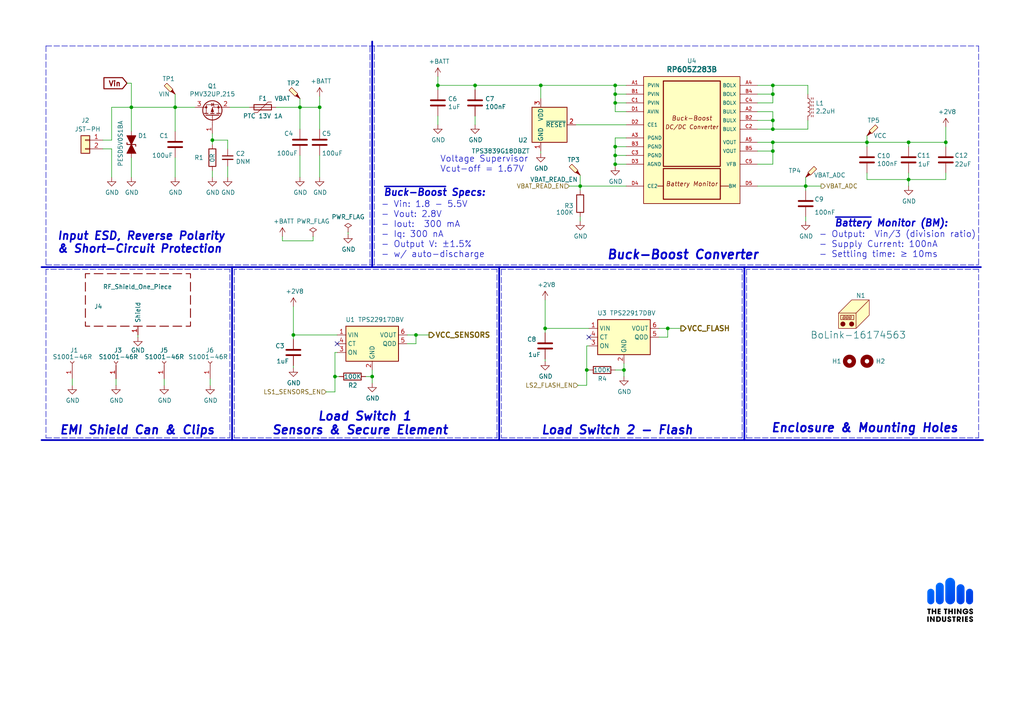
<source format=kicad_sch>
(kicad_sch (version 20211123) (generator eeschema)
  (paper "A4")
  (title_block (title "Power Supply") (date "2021-05-24") (rev "1.1b") (company "The Things Industries") (comment 1 "https://www.thethingsindustries.com/") (comment 2 "Drawn by: Orkhan Amiraslanov (azerimaker)"))
  (lib_symbols
    (symbol "Connector:Conn_01x01_Female" (pin_names (offset 1.016) hide)
      (property "Reference" "J" (at 0 2.54 0))
      (property "Value" "Conn_01x01_Female" (at 0 -2.54 0))
      (symbol "Conn_01x01_Female_1_1"
        (polyline (pts (xy -1.27 0) (xy -0.508 0)) (stroke (width 0.1524)))
        (arc (start 0 0.508) (mid -0.508 0) (end 0 -0.508) (stroke (width 0.1524)))
        (pin passive line (at -5.08 0 0) (length 3.81) (name "Pin_1") (number "1"))
      )
    )
    (symbol "Connector:TestPoint_Probe" (pin_numbers hide) (pin_names (offset 0.762) hide)
      (property "Reference" "TP" (at 1.651 5.842 0))
      (property "Value" "TestPoint_Probe" (at 1.651 4.064 0))
      (symbol "TestPoint_Probe_0_1"
        (polyline (pts (xy 1.27 0.762) (xy 0 0) (xy 0.762 1.27) (xy 1.27 0.762)) (fill (type outline)))
        (polyline (pts (xy 1.397 0.635) (xy 0.635 1.397) (xy 2.413 3.175) (xy 3.175 2.413) (xy 1.397 0.635)) (fill (type background)))
      )
      (symbol "TestPoint_Probe_1_1"
        (pin passive line (at 0 0 90) (length 0) (name "1") (number "1"))
      )
    )
    (symbol "Connector_Generic:Conn_01x02" (pin_names (offset 1.016) hide)
      (property "Reference" "J" (at 0 2.54 0))
      (property "Value" "Conn_01x02" (at 0 -5.08 0))
      (symbol "Conn_01x02_1_1"
        (rectangle (start -1.27 -2.413) (end 0 -2.667) (stroke (width 0.1524)))
        (rectangle (start -1.27 0.127) (end 0 -0.127) (stroke (width 0.1524)))
        (rectangle (start -1.27 1.27) (end 1.27 -3.81) (stroke (width 0.254)) (fill (type background)))
        (pin passive line (at -5.08 0 0) (length 3.81) (name "Pin_1") (number "1"))
        (pin passive line (at -5.08 -2.54 0) (length 3.81) (name "Pin_2") (number "2"))
      )
    )
    (symbol "Device:C" (pin_numbers hide) (pin_names (offset 0.254))
      (property "Reference" "C" (at 0.635 2.54 0))
      (property "Value" "C" (at 0.635 -2.54 0))
      (symbol "C_0_1"
        (polyline (pts (xy -2.032 -0.762) (xy 2.032 -0.762)) (stroke (width 0.508)))
        (polyline (pts (xy -2.032 0.762) (xy 2.032 0.762)) (stroke (width 0.508)))
      )
      (symbol "C_1_1"
        (pin passive line (at 0 3.81 270) (length 2.794) (name "~") (number "1"))
        (pin passive line (at 0 -3.81 90) (length 2.794) (name "~") (number "2"))
      )
    )
    (symbol "Device:C_Small" (pin_numbers hide) (pin_names (offset 0.254) hide)
      (property "Reference" "C" (at 0.254 1.778 0))
      (property "Value" "C_Small" (at 0.254 -2.032 0))
      (symbol "C_Small_0_1"
        (polyline (pts (xy -1.524 -0.508) (xy 1.524 -0.508)) (stroke (width 0.3302)))
        (polyline (pts (xy -1.524 0.508) (xy 1.524 0.508)) (stroke (width 0.3048)))
      )
      (symbol "C_Small_1_1"
        (pin passive line (at 0 2.54 270) (length 2.032) (name "~") (number "1"))
        (pin passive line (at 0 -2.54 90) (length 2.032) (name "~") (number "2"))
      )
    )
    (symbol "Device:D_TVS_ALT" (pin_numbers hide) (pin_names (offset 1.016) hide)
      (property "Reference" "D" (at 0 2.54 0))
      (property "Value" "Device_D_TVS_ALT" (at 0 -2.54 0))
      (symbol "D_TVS_ALT_0_1"
        (polyline (pts (xy 1.27 0) (xy -1.27 0)))
        (polyline (pts (xy -2.54 -1.27) (xy 0 0) (xy -2.54 1.27) (xy -2.54 -1.27)) (stroke (width 0.254)) (fill (type outline)))
        (polyline (pts (xy 0.508 1.27) (xy 0 1.27) (xy 0 -1.27) (xy -0.508 -1.27)) (stroke (width 0.254)))
        (polyline (pts (xy 2.54 1.27) (xy 2.54 -1.27) (xy 0 0) (xy 2.54 1.27)) (stroke (width 0.254)) (fill (type outline)))
      )
      (symbol "D_TVS_ALT_1_1"
        (pin passive line (at -3.81 0 0) (length 2.54) (name "A1") (number "1"))
        (pin passive line (at 3.81 0 180) (length 2.54) (name "A2") (number "2"))
      )
    )
    (symbol "Device:L_Core_Ferrite" (pin_numbers hide) (pin_names (offset 1.016) hide)
      (property "Reference" "L" (at -1.27 0 90))
      (property "Value" "Device_L_Core_Ferrite" (at 2.794 0 90))
      (symbol "L_Core_Ferrite_0_1"
        (arc (start 0 -2.54) (mid 0.635 -1.905) (end 0 -1.27))
        (arc (start 0 -1.27) (mid 0.635 -0.635) (end 0 0))
        (polyline (pts (xy 1.016 -2.794) (xy 1.016 -2.286)))
        (polyline (pts (xy 1.016 -1.778) (xy 1.016 -1.27)))
        (polyline (pts (xy 1.016 -0.762) (xy 1.016 -0.254)))
        (polyline (pts (xy 1.016 0.254) (xy 1.016 0.762)))
        (polyline (pts (xy 1.016 1.27) (xy 1.016 1.778)))
        (polyline (pts (xy 1.016 2.286) (xy 1.016 2.794)))
        (polyline (pts (xy 1.524 -2.286) (xy 1.524 -2.794)))
        (polyline (pts (xy 1.524 -1.27) (xy 1.524 -1.778)))
        (polyline (pts (xy 1.524 -0.254) (xy 1.524 -0.762)))
        (polyline (pts (xy 1.524 0.762) (xy 1.524 0.254)))
        (polyline (pts (xy 1.524 1.778) (xy 1.524 1.27)))
        (polyline (pts (xy 1.524 2.794) (xy 1.524 2.286)))
        (arc (start 0 0) (mid 0.635 0.635) (end 0 1.27))
        (arc (start 0 1.27) (mid 0.635 1.905) (end 0 2.54))
      )
      (symbol "L_Core_Ferrite_1_1"
        (pin passive line (at 0 3.81 270) (length 1.27) (name "1") (number "1"))
        (pin passive line (at 0 -3.81 90) (length 1.27) (name "2") (number "2"))
      )
    )
    (symbol "Device:Polyfuse" (pin_numbers hide) (pin_names (offset 0))
      (property "Reference" "F" (at -2.54 0 90))
      (property "Value" "Polyfuse" (at 2.54 0 90))
      (symbol "Polyfuse_0_1"
        (rectangle (start -0.762 2.54) (end 0.762 -2.54) (stroke (width 0.254)))
        (polyline (pts (xy 0 2.54) (xy 0 -2.54)))
        (polyline (pts (xy -1.524 2.54) (xy -1.524 1.524) (xy 1.524 -1.524) (xy 1.524 -2.54)))
      )
      (symbol "Polyfuse_1_1"
        (pin passive line (at 0 3.81 270) (length 1.27) (name "~") (number "1"))
        (pin passive line (at 0 -3.81 90) (length 1.27) (name "~") (number "2"))
      )
    )
    (symbol "Device:Q_PMOS_GSD" (pin_names (offset 0) hide)
      (property "Reference" "Q" (at 5.08 1.27 0))
      (property "Value" "Q_PMOS_GSD" (at 5.08 -1.27 0))
      (symbol "Q_PMOS_GSD_0_1"
        (polyline (pts (xy 0.254 0) (xy -2.54 0)))
        (polyline (pts (xy 0.254 1.905) (xy 0.254 -1.905)) (stroke (width 0.254)))
        (polyline (pts (xy 0.762 -1.27) (xy 0.762 -2.286)) (stroke (width 0.254)))
        (polyline (pts (xy 0.762 0.508) (xy 0.762 -0.508)) (stroke (width 0.254)))
        (polyline (pts (xy 0.762 2.286) (xy 0.762 1.27)) (stroke (width 0.254)))
        (polyline (pts (xy 2.54 2.54) (xy 2.54 1.778)))
        (polyline (pts (xy 2.54 -2.54) (xy 2.54 0) (xy 0.762 0)))
        (polyline (pts (xy 0.762 1.778) (xy 3.302 1.778) (xy 3.302 -1.778) (xy 0.762 -1.778)))
        (polyline (pts (xy 2.286 0) (xy 1.27 0.381) (xy 1.27 -0.381) (xy 2.286 0)) (fill (type outline)))
        (polyline (pts (xy 2.794 -0.508) (xy 2.921 -0.381) (xy 3.683 -0.381) (xy 3.81 -0.254)))
        (polyline (pts (xy 3.302 -0.381) (xy 2.921 0.254) (xy 3.683 0.254) (xy 3.302 -0.381)))
        (circle (center 1.651 0) (radius 2.794) (stroke (width 0.254)))
        (circle (center 2.54 -1.778) (radius 0.254) (fill (type outline)))
        (circle (center 2.54 1.778) (radius 0.254) (fill (type outline)))
      )
      (symbol "Q_PMOS_GSD_1_1"
        (pin input line (at -5.08 0 0) (length 2.54) (name "G") (number "1"))
        (pin passive line (at 2.54 -5.08 90) (length 2.54) (name "S") (number "2"))
        (pin passive line (at 2.54 5.08 270) (length 2.54) (name "D") (number "3"))
      )
    )
    (symbol "Device:R" (pin_numbers hide) (pin_names (offset 0))
      (property "Reference" "R" (at 2.032 0 90))
      (property "Value" "R" (at 0 0 90))
      (symbol "R_0_1"
        (rectangle (start -1.016 -2.54) (end 1.016 2.54) (stroke (width 0.254)))
      )
      (symbol "R_1_1"
        (pin passive line (at 0 3.81 270) (length 1.27) (name "~") (number "1"))
        (pin passive line (at 0 -3.81 90) (length 1.27) (name "~") (number "2"))
      )
    )
    (symbol "Device:RF_Shield_One_Piece" (pin_names (offset 1.016))
      (property "Reference" "J" (at 0 5.08 0))
      (property "Value" "Device_RF_Shield_One_Piece" (at 0 2.54 0))
      (symbol "RF_Shield_One_Piece_0_1"
        (polyline (pts (xy -15.24 -5.08) (xy -15.24 -2.54)) (stroke (width 0.254)))
        (polyline (pts (xy -15.24 -1.27) (xy -15.24 1.27)) (stroke (width 0.254)))
        (polyline (pts (xy -15.24 2.54) (xy -15.24 5.08)) (stroke (width 0.254)))
        (polyline (pts (xy -12.7 7.62) (xy -10.16 7.62)) (stroke (width 0.254)))
        (polyline (pts (xy -10.16 -7.62) (xy -12.7 -7.62)) (stroke (width 0.254)))
        (polyline (pts (xy -6.35 -7.62) (xy -8.89 -7.62)) (stroke (width 0.254)))
        (polyline (pts (xy -6.35 7.62) (xy -8.89 7.62)) (stroke (width 0.254)))
        (polyline (pts (xy -2.54 -7.62) (xy -5.08 -7.62)) (stroke (width 0.254)))
        (polyline (pts (xy -2.54 7.62) (xy -5.08 7.62)) (stroke (width 0.254)))
        (polyline (pts (xy -1.27 -7.62) (xy 1.27 -7.62)) (stroke (width 0.254)))
        (polyline (pts (xy 1.27 7.62) (xy -1.27 7.62)) (stroke (width 0.254)))
        (polyline (pts (xy 2.54 -7.62) (xy 5.08 -7.62)) (stroke (width 0.254)))
        (polyline (pts (xy 5.08 7.62) (xy 2.54 7.62)) (stroke (width 0.254)))
        (polyline (pts (xy 6.35 -7.62) (xy 8.89 -7.62)) (stroke (width 0.254)))
        (polyline (pts (xy 8.89 7.62) (xy 6.35 7.62)) (stroke (width 0.254)))
        (polyline (pts (xy 10.16 -7.62) (xy 12.7 -7.62)) (stroke (width 0.254)))
        (polyline (pts (xy 12.7 7.62) (xy 10.16 7.62)) (stroke (width 0.254)))
        (polyline (pts (xy 15.24 -5.08) (xy 15.24 -2.54)) (stroke (width 0.254)))
        (polyline (pts (xy 15.24 -1.27) (xy 15.24 1.27)) (stroke (width 0.254)))
        (polyline (pts (xy 15.24 2.54) (xy 15.24 5.08)) (stroke (width 0.254)))
        (polyline (pts (xy -15.24 6.35) (xy -15.24 7.62) (xy -13.97 7.62)) (stroke (width 0.254)))
        (polyline (pts (xy -13.97 -7.62) (xy -15.24 -7.62) (xy -15.24 -6.35)) (stroke (width 0.254)))
        (polyline (pts (xy 13.97 -7.62) (xy 15.24 -7.62) (xy 15.24 -6.35)) (stroke (width 0.254)))
        (polyline (pts (xy 15.24 6.35) (xy 15.24 7.62) (xy 13.97 7.62)) (stroke (width 0.254)))
      )
      (symbol "RF_Shield_One_Piece_1_1"
        (pin passive line (at 0 -10.16 90) (length 2.54) (name "Shield") (number "1"))
      )
    )
    (symbol "Mechanical:Housing" (pin_names (offset 1.016))
      (property "Reference" "N" (at 3.81 0 0))
      (property "Value" "Housing" (at 3.81 -1.905 0))
      (symbol "Housing_0_1"
        (rectangle (start -5.08 -0.635) (end -1.27 -1.905))
        (circle (center -4.445 -3.175) (radius 0.635) (fill (type outline)))
        (circle (center -1.905 -3.175) (radius 0.635) (fill (type outline)))
        (polyline (pts (xy -4.5212 -1.5748) (xy -4.4704 -1.3716)))
        (polyline (pts (xy -4.4196 -1.6764) (xy -4.064 -1.6764)))
        (polyline (pts (xy -4.4196 -1.2192) (xy -4.3688 -0.9652)))
        (polyline (pts (xy -4.318 -1.3208) (xy -4.0132 -1.3208)))
        (polyline (pts (xy -4.2164 -0.9144) (xy -3.9116 -0.9144)))
        (polyline (pts (xy -3.9116 -1.6256) (xy -3.8608 -1.3716)))
        (polyline (pts (xy -3.81 -1.2192) (xy -3.7592 -0.9652)))
        (polyline (pts (xy -3.6068 -1.5748) (xy -3.556 -1.3716)))
        (polyline (pts (xy -3.5052 -1.6764) (xy -3.1496 -1.6764)))
        (polyline (pts (xy -3.5052 -1.2192) (xy -3.4544 -0.9652)))
        (polyline (pts (xy -3.4036 -1.3208) (xy -3.0988 -1.3208)))
        (polyline (pts (xy -3.302 -0.9144) (xy -2.9972 -0.9144)))
        (polyline (pts (xy -2.9972 -1.6256) (xy -2.9464 -1.3716)))
        (polyline (pts (xy -2.8956 -1.2192) (xy -2.8448 -0.9652)))
        (polyline (pts (xy -2.6924 -1.5748) (xy -2.6416 -1.3716)))
        (polyline (pts (xy -2.5908 -1.6764) (xy -2.2352 -1.6764)))
        (polyline (pts (xy -2.5908 -1.2192) (xy -2.54 -0.9652)))
        (polyline (pts (xy -2.4892 -1.3208) (xy -2.1844 -1.3208)))
        (polyline (pts (xy -2.3876 -0.9144) (xy -2.0828 -0.9144)))
        (polyline (pts (xy -2.0828 -1.6256) (xy -2.032 -1.3716)))
        (polyline (pts (xy -1.9812 -1.2192) (xy -1.9304 -0.9652)))
        (polyline (pts (xy -0.635 0) (xy -0.635 -4.445)))
        (polyline (pts (xy -5.715 0) (xy -0.635 0) (xy 3.175 3.81)))
        (polyline (pts (xy -5.715 0) (xy -5.715 -4.445) (xy -0.635 -4.445) (xy 3.175 -0.635) (xy 3.175 3.81) (xy -1.905 3.81) (xy -5.715 0)) (fill (type background)))
      )
    )
    (symbol "Mechanical:MountingHole" (pin_names (offset 1.016))
      (property "Reference" "H" (at 0 5.08 0))
      (property "Value" "MountingHole" (at 0 3.175 0))
      (symbol "MountingHole_0_1"
        (circle (center 0 0) (radius 1.27) (stroke (width 1.27)))
      )
    )
    (symbol "Power_Management:TPS22917DBV"
      (property "Reference" "U" (at -6.35 6.35 0))
      (property "Value" "TPS22917DBV" (at 2.54 6.35 0))
      (symbol "TPS22917DBV_0_1"
        (rectangle (start -7.62 5.08) (end 7.62 -5.08) (stroke (width 0.254)) (fill (type background)))
      )
      (symbol "TPS22917DBV_1_1"
        (pin power_in line (at -10.16 2.54 0) (length 2.54) (name "VIN") (number "1"))
        (pin power_in line (at 0 -7.62 90) (length 2.54) (name "GND") (number "2"))
        (pin input line (at -10.16 -2.54 0) (length 2.54) (name "ON") (number "3"))
        (pin output line (at -10.16 0 0) (length 2.54) (name "CT") (number "4"))
        (pin open_collector line (at 10.16 0 180) (length 2.54) (name "QOD") (number "5"))
        (pin power_out line (at 10.16 2.54 180) (length 2.54) (name "VOUT") (number "6"))
      )
    )
    (symbol "Power_Supervisor:TPS3839DBZ" (pin_names (offset 0.254))
      (property "Reference" "U" (at 2.54 8.89 0))
      (property "Value" "TPS3839DBZ" (at 2.54 6.35 0))
      (symbol "TPS3839DBZ_0_1"
        (rectangle (start -2.54 5.08) (end 7.62 -5.08) (stroke (width 0.254)) (fill (type background)))
      )
      (symbol "TPS3839DBZ_1_1"
        (pin power_in line (at 0 -7.62 90) (length 2.54) (name "GND") (number "1"))
        (pin output line (at 10.16 0 180) (length 2.54) (name "~{RESET}") (number "2"))
        (pin power_in line (at 0 7.62 270) (length 2.54) (name "VDD") (number "3"))
      )
    )
    (symbol "node-lib-v1:RP605Zx" (pin_names (offset 1.016))
      (property "Reference" "U" (at 0 3.81 0))
      (property "Value" "RP605Zx" (at 10.16 3.81 0))
      (symbol "RP605Zx_0_0"
        (polyline (pts (xy 4.064 -29.21) (xy 5.588 -29.21)) (stroke (width 0.2032)))
        (polyline (pts (xy 24.638 -29.21) (xy 22.352 -29.21)) (stroke (width 0.2032)))
        (text "Battery Monitor" (at 13.97 -28.575 0) (effects (font (size 1.2954 1.2954) italic)))
        (text "Buck-Boost" (at 13.97 -9.525 0) (effects (font (size 1.2954 1.2954) italic)))
        (text "DC/DC Converter" (at 13.97 -12.065 0) (effects (font (size 1.1938 1.1938) italic)))
        (pin power_in line (at -5.08 0 0) (length 5.08) (name "PVIN") (number "A1"))
        (pin bidirectional line (at 33.02 -7.62 180) (length 5.08) (name "BULX") (number "A2"))
        (pin passive line (at -5.08 -15.24 0) (length 5.08) (name "PGND") (number "A3"))
        (pin bidirectional line (at 33.02 0 180) (length 5.08) (name "BOLX") (number "A4"))
        (pin power_out line (at 33.02 -16.51 180) (length 5.08) (name "VOUT") (number "A5"))
        (pin power_in line (at -5.08 -2.54 0) (length 5.08) (name "PVIN") (number "B1"))
        (pin bidirectional line (at 33.02 -10.16 180) (length 5.08) (name "BULX") (number "B2"))
        (pin passive line (at -5.08 -17.78 0) (length 5.08) (name "PGND") (number "B3"))
        (pin bidirectional line (at 33.02 -2.54 180) (length 5.08) (name "BOLX") (number "B4"))
        (pin passive line (at 33.02 -19.05 180) (length 5.08) (name "VOUT") (number "B5"))
        (pin power_in line (at -5.08 -5.08 0) (length 5.08) (name "PVIN") (number "C1"))
        (pin bidirectional line (at 33.02 -12.7 180) (length 5.08) (name "BULX") (number "C2"))
        (pin passive line (at -5.08 -20.32 0) (length 5.08) (name "PGND") (number "C3"))
        (pin bidirectional line (at 33.02 -5.08 180) (length 5.08) (name "BOLX") (number "C4"))
        (pin input line (at 33.02 -22.86 180) (length 5.08) (name "VFB") (number "C5"))
        (pin power_in line (at -5.08 -7.62 0) (length 5.08) (name "AVIN") (number "D1"))
        (pin input line (at -5.08 -11.43 0) (length 5.08) (name "CE1") (number "D2"))
        (pin passive line (at -5.08 -22.86 0) (length 5.08) (name "AGND") (number "D3"))
        (pin input line (at -5.08 -29.21 0) (length 5.08) (name "CE2") (number "D4"))
        (pin output line (at 33.02 -29.21 180) (length 5.08) (name "BM") (number "D5"))
      )
      (symbol "RP605Zx_0_1"
        (rectangle (start 0 2.54) (end 27.94 -34.29) (stroke (width 0.2032)) (fill (type background)))
        (rectangle (start 5.715 -24.13) (end 22.225 -33.02) (stroke (width 0.3048)))
        (rectangle (start 5.715 1.27) (end 22.225 -23.495) (stroke (width 0.3048)))
      )
    )
    (symbol "power:+2V8" (power) (pin_names (offset 0))
      (property "Value" "+2V8" (at 0 3.556 0))
      (symbol "+2V8_0_1"
        (polyline (pts (xy -0.762 1.27) (xy 0 2.54)))
        (polyline (pts (xy 0 0) (xy 0 2.54)))
        (polyline (pts (xy 0 2.54) (xy 0.762 1.27)))
      )
      (symbol "+2V8_1_1"
        (pin power_in line (at 0 0 90) (length 0) hide (name "+2V8") (number "1"))
      )
    )
    (symbol "power:+BATT" (power) (pin_names (offset 0))
      (property "Value" "+BATT" (at 0 3.556 0))
      (symbol "+BATT_0_1"
        (polyline (pts (xy -0.762 1.27) (xy 0 2.54)))
        (polyline (pts (xy 0 0) (xy 0 2.54)))
        (polyline (pts (xy 0 2.54) (xy 0.762 1.27)))
      )
      (symbol "+BATT_1_1"
        (pin power_in line (at 0 0 90) (length 0) hide (name "+BATT") (number "1"))
      )
    )
    (symbol "power:GND" (power) (pin_names (offset 0))
      (property "Value" "GND" (at 0 -3.81 0))
      (symbol "GND_0_1"
        (polyline (pts (xy 0 0) (xy 0 -1.27) (xy 1.27 -1.27) (xy 0 -2.54) (xy -1.27 -1.27) (xy 0 -1.27)))
      )
      (symbol "GND_1_1"
        (pin power_in line (at 0 0 270) (length 0) hide (name "GND") (number "1"))
      )
    )
    (symbol "power:PWR_FLAG" (power) (pin_numbers hide) (pin_names (offset 0) hide)
      (property "Value" "PWR_FLAG" (at 0 3.81 0))
      (symbol "PWR_FLAG_0_0"
        (pin power_out line (at 0 0 90) (length 0) (name "pwr") (number "1"))
      )
      (symbol "PWR_FLAG_0_1"
        (polyline (pts (xy 0 0) (xy 0 1.27) (xy -1.016 1.905) (xy 0 2.54) (xy 1.016 1.905) (xy 0 1.27)))
      )
    )
  )
  (junction (at 224.155 24.765))
  (junction (at 92.71 31.115))
  (junction (at 137.795 24.765))
  (junction (at 168.275 53.975))
  (junction (at 178.435 45.085))
  (junction (at 158.115 95.25))
  (junction (at 50.8 31.115))
  (junction (at 224.155 43.815))
  (junction (at 180.975 107.315))
  (junction (at 127 24.765))
  (junction (at 178.435 24.765))
  (junction (at 224.155 37.465))
  (junction (at 178.435 29.845))
  (junction (at 170.18 107.315))
  (junction (at 86.995 31.115))
  (junction (at 263.525 41.275))
  (junction (at 61.595 40.64))
  (junction (at 85.09 97.155))
  (junction (at 274.32 41.275))
  (junction (at 224.155 27.305))
  (junction (at 178.435 47.625))
  (junction (at 233.68 53.975))
  (junction (at 178.435 42.545))
  (junction (at 251.46 41.275))
  (junction (at 263.525 52.07))
  (junction (at 224.155 34.925))
  (junction (at 193.675 95.25))
  (junction (at 38.1 31.115))
  (junction (at 156.845 24.765))
  (junction (at 120.65 97.155))
  (junction (at 107.95 109.22))
  (junction (at 178.435 27.305))
  (junction (at 97.155 109.22))
  (junction (at 224.155 41.275))
  (no_connect (at 97.79 99.695))
  (no_connect (at 170.815 97.79))
  (wire (pts (xy 219.71 29.845) (xy 224.155 29.845)))
  (polyline (pts (xy 12.065 77.47) (xy 284.48 77.47)) (stroke (width 0.508) (type solid)))
  (wire (pts (xy 274.32 36.83) (xy 274.32 41.275)))
  (polyline (pts (xy 67.945 127) (xy 144.145 127)))
  (wire (pts (xy 219.71 47.625) (xy 224.155 47.625)))
  (wire (pts (xy 107.95 109.22) (xy 107.95 111.125)))
  (wire (pts (xy 181.61 29.845) (xy 178.435 29.845)))
  (wire (pts (xy 32.385 31.115) (xy 38.1 31.115)))
  (wire (pts (xy 137.795 26.035) (xy 137.795 24.765)))
  (polyline (pts (xy 216.535 78.105) (xy 216.535 127)))
  (polyline (pts (xy 13.335 78.105) (xy 13.335 127)))
  (wire (pts (xy 263.525 50.165) (xy 263.525 52.07)))
  (wire (pts (xy 120.65 99.695) (xy 120.65 97.155)))
  (wire (pts (xy 86.995 28.575) (xy 86.995 31.115)))
  (wire (pts (xy 85.09 88.9) (xy 85.09 97.155)))
  (wire (pts (xy 168.275 53.975) (xy 181.61 53.975)))
  (wire (pts (xy 61.595 40.64) (xy 61.595 38.735)))
  (wire (pts (xy 224.155 37.465) (xy 234.315 37.465)))
  (wire (pts (xy 38.1 31.115) (xy 50.8 31.115)))
  (wire (pts (xy 36.83 24.13) (xy 38.1 24.13)))
  (wire (pts (xy 178.435 107.315) (xy 180.975 107.315)))
  (wire (pts (xy 137.795 33.655) (xy 137.795 36.195)))
  (wire (pts (xy 191.135 95.25) (xy 193.675 95.25)))
  (wire (pts (xy 165.1 53.975) (xy 168.275 53.975)))
  (wire (pts (xy 86.995 37.465) (xy 86.995 31.115)))
  (polyline (pts (xy 108.585 13.335) (xy 108.585 76.835)))
  (wire (pts (xy 66.04 48.26) (xy 66.04 51.435)))
  (wire (pts (xy 168.275 55.245) (xy 168.275 53.975)))
  (wire (pts (xy 178.435 42.545) (xy 178.435 45.085)))
  (polyline (pts (xy 144.145 127) (xy 144.145 78.105)))
  (wire (pts (xy 158.115 95.25) (xy 170.815 95.25)))
  (wire (pts (xy 274.32 50.165) (xy 274.32 52.07)))
  (polyline (pts (xy 66.675 127) (xy 66.675 78.105)))
  (wire (pts (xy 251.46 52.07) (xy 263.525 52.07)))
  (wire (pts (xy 251.46 39.37) (xy 251.46 41.275)))
  (wire (pts (xy 66.04 40.64) (xy 61.595 40.64)))
  (polyline (pts (xy 67.945 78.105) (xy 67.945 127)))
  (wire (pts (xy 60.96 109.855) (xy 60.96 111.76)))
  (wire (pts (xy 120.65 97.155) (xy 124.46 97.155)))
  (wire (pts (xy 180.975 105.41) (xy 180.975 107.315)))
  (wire (pts (xy 81.915 69.85) (xy 90.805 69.85)))
  (wire (pts (xy 97.155 109.22) (xy 98.425 109.22)))
  (wire (pts (xy 92.71 45.085) (xy 92.71 51.435)))
  (wire (pts (xy 100.965 67.31) (xy 100.965 67.945)))
  (polyline (pts (xy 145.415 127) (xy 215.265 127)))
  (wire (pts (xy 178.435 32.385) (xy 178.435 29.845)))
  (wire (pts (xy 181.61 40.005) (xy 178.435 40.005)))
  (polyline (pts (xy 215.265 127) (xy 215.265 78.105)))
  (wire (pts (xy 181.61 45.085) (xy 178.435 45.085)))
  (wire (pts (xy 234.315 24.765) (xy 234.315 27.305)))
  (wire (pts (xy 178.435 48.26) (xy 178.435 47.625)))
  (wire (pts (xy 97.79 102.235) (xy 97.155 102.235)))
  (wire (pts (xy 224.155 41.275) (xy 251.46 41.275)))
  (wire (pts (xy 181.61 24.765) (xy 178.435 24.765)))
  (wire (pts (xy 61.595 41.91) (xy 61.595 40.64)))
  (wire (pts (xy 127 33.655) (xy 127 36.195)))
  (wire (pts (xy 274.32 42.545) (xy 274.32 41.275)))
  (wire (pts (xy 224.155 43.815) (xy 224.155 41.275)))
  (wire (pts (xy 158.115 104.14) (xy 158.115 104.775)))
  (wire (pts (xy 66.04 43.18) (xy 66.04 40.64)))
  (wire (pts (xy 233.68 53.975) (xy 238.125 53.975)))
  (polyline (pts (xy 215.9 127.635) (xy 215.9 77.47)) (stroke (width 0.508) (type solid)))
  (wire (pts (xy 224.155 29.845) (xy 224.155 27.305)))
  (wire (pts (xy 120.65 99.695) (xy 118.11 99.695)))
  (wire (pts (xy 156.845 24.765) (xy 178.435 24.765)))
  (wire (pts (xy 168.275 50.8) (xy 168.275 53.975)))
  (wire (pts (xy 233.68 55.245) (xy 233.68 53.975)))
  (wire (pts (xy 85.09 97.155) (xy 85.09 98.425)))
  (wire (pts (xy 178.435 40.005) (xy 178.435 42.545)))
  (wire (pts (xy 193.675 95.25) (xy 197.485 95.25)))
  (polyline (pts (xy 13.335 76.835) (xy 283.845 76.835)))
  (wire (pts (xy 224.155 27.305) (xy 224.155 24.765)))
  (wire (pts (xy 224.155 34.925) (xy 224.155 37.465)))
  (wire (pts (xy 170.18 100.33) (xy 170.18 107.315)))
  (wire (pts (xy 33.655 109.855) (xy 33.655 111.76)))
  (wire (pts (xy 193.675 97.79) (xy 193.675 95.25)))
  (wire (pts (xy 170.18 107.315) (xy 170.18 111.76)))
  (wire (pts (xy 178.435 29.845) (xy 178.435 27.305)))
  (polyline (pts (xy 283.845 78.105) (xy 216.535 78.105)))
  (polyline (pts (xy 13.335 13.335) (xy 13.335 76.835)))
  (polyline (pts (xy 66.675 78.105) (xy 13.335 78.105)))
  (wire (pts (xy 38.1 24.13) (xy 38.1 31.115)))
  (wire (pts (xy 251.46 42.545) (xy 251.46 41.275)))
  (wire (pts (xy 92.71 31.115) (xy 92.71 27.94)))
  (wire (pts (xy 20.955 109.855) (xy 20.955 111.76)))
  (polyline (pts (xy 215.265 78.105) (xy 145.415 78.105)))
  (wire (pts (xy 127 24.765) (xy 137.795 24.765)))
  (wire (pts (xy 106.045 109.22) (xy 107.95 109.22)))
  (wire (pts (xy 170.815 100.33) (xy 170.18 100.33)))
  (wire (pts (xy 219.71 34.925) (xy 224.155 34.925)))
  (wire (pts (xy 224.155 47.625) (xy 224.155 43.815)))
  (wire (pts (xy 32.385 43.18) (xy 32.385 51.435)))
  (wire (pts (xy 263.525 52.07) (xy 263.525 53.975)))
  (wire (pts (xy 127 26.035) (xy 127 24.765)))
  (wire (pts (xy 181.61 42.545) (xy 178.435 42.545)))
  (wire (pts (xy 127 22.225) (xy 127 24.765)))
  (wire (pts (xy 38.1 38.1) (xy 38.1 31.115)))
  (wire (pts (xy 50.8 31.115) (xy 56.515 31.115)))
  (wire (pts (xy 233.68 53.975) (xy 219.71 53.975)))
  (polyline (pts (xy 144.78 77.47) (xy 144.78 127.635)) (stroke (width 0.508) (type solid)))
  (wire (pts (xy 47.625 109.855) (xy 47.625 111.76)))
  (wire (pts (xy 107.95 107.315) (xy 107.95 109.22)))
  (polyline (pts (xy 144.145 78.105) (xy 67.945 78.105)))
  (wire (pts (xy 158.115 95.25) (xy 158.115 96.52)))
  (polyline (pts (xy 216.535 127) (xy 283.845 127)))
  (wire (pts (xy 97.155 109.22) (xy 97.155 113.665)))
  (wire (pts (xy 92.71 37.465) (xy 92.71 31.115)))
  (wire (pts (xy 233.68 62.865) (xy 233.68 64.135)))
  (wire (pts (xy 219.71 43.815) (xy 224.155 43.815)))
  (wire (pts (xy 61.595 49.53) (xy 61.595 51.435)))
  (wire (pts (xy 97.155 102.235) (xy 97.155 109.22)))
  (wire (pts (xy 178.435 45.085) (xy 178.435 47.625)))
  (wire (pts (xy 251.46 41.275) (xy 263.525 41.275)))
  (wire (pts (xy 180.975 107.315) (xy 180.975 109.22)))
  (wire (pts (xy 86.995 31.115) (xy 92.71 31.115)))
  (wire (pts (xy 181.61 32.385) (xy 178.435 32.385)))
  (wire (pts (xy 178.435 27.305) (xy 178.435 24.765)))
  (polyline (pts (xy 283.845 13.335) (xy 283.845 76.835)))
  (wire (pts (xy 32.385 31.115) (xy 32.385 40.64)))
  (wire (pts (xy 50.8 38.1) (xy 50.8 31.115)))
  (wire (pts (xy 168.275 62.865) (xy 168.275 64.135)))
  (wire (pts (xy 251.46 50.165) (xy 251.46 52.07)))
  (wire (pts (xy 181.61 47.625) (xy 178.435 47.625)))
  (wire (pts (xy 224.155 32.385) (xy 224.155 34.925)))
  (wire (pts (xy 32.385 40.64) (xy 29.845 40.64)))
  (wire (pts (xy 224.155 24.765) (xy 234.315 24.765)))
  (wire (pts (xy 263.525 42.545) (xy 263.525 41.275)))
  (wire (pts (xy 158.115 86.995) (xy 158.115 95.25)))
  (wire (pts (xy 234.315 37.465) (xy 234.315 34.925)))
  (wire (pts (xy 50.8 27.305) (xy 50.8 31.115)))
  (polyline (pts (xy 67.31 77.47) (xy 67.31 127.635)) (stroke (width 0.508) (type solid)))
  (wire (pts (xy 137.795 24.765) (xy 156.845 24.765)))
  (wire (pts (xy 219.71 37.465) (xy 224.155 37.465)))
  (wire (pts (xy 219.71 41.275) (xy 224.155 41.275)))
  (wire (pts (xy 193.675 97.79) (xy 191.135 97.79)))
  (polyline (pts (xy 107.315 76.835) (xy 107.315 13.335)))
  (wire (pts (xy 66.675 31.115) (xy 72.39 31.115)))
  (polyline (pts (xy 145.415 78.105) (xy 145.415 127)))
  (polyline (pts (xy 12.065 127.635) (xy 285.115 127.635)) (stroke (width 0.508) (type solid)))
  (wire (pts (xy 38.1 45.72) (xy 38.1 51.435)))
  (wire (pts (xy 29.845 43.18) (xy 32.385 43.18)))
  (wire (pts (xy 85.09 97.155) (xy 97.79 97.155)))
  (wire (pts (xy 274.32 52.07) (xy 263.525 52.07)))
  (wire (pts (xy 86.995 45.085) (xy 86.995 51.435)))
  (wire (pts (xy 118.11 97.155) (xy 120.65 97.155)))
  (wire (pts (xy 156.845 43.815) (xy 156.845 44.45)))
  (wire (pts (xy 219.71 24.765) (xy 224.155 24.765)))
  (wire (pts (xy 263.525 41.275) (xy 274.32 41.275)))
  (polyline (pts (xy 107.95 77.47) (xy 107.95 12.065)) (stroke (width 0.508) (type solid)))
  (wire (pts (xy 170.18 111.76) (xy 167.64 111.76)))
  (wire (pts (xy 90.805 69.85) (xy 90.805 68.58)))
  (wire (pts (xy 156.845 28.575) (xy 156.845 24.765)))
  (polyline (pts (xy 283.845 127) (xy 283.845 78.105)))
  (wire (pts (xy 81.915 68.58) (xy 81.915 69.85)))
  (wire (pts (xy 97.155 113.665) (xy 94.615 113.665)))
  (wire (pts (xy 50.8 45.72) (xy 50.8 51.435)))
  (polyline (pts (xy 13.335 13.335) (xy 283.845 13.335)))
  (wire (pts (xy 181.61 27.305) (xy 178.435 27.305)))
  (wire (pts (xy 85.09 106.045) (xy 85.09 106.68)))
  (wire (pts (xy 233.68 51.435) (xy 233.68 53.975)))
  (polyline (pts (xy 13.335 127) (xy 66.675 127)))
  (wire (pts (xy 219.71 32.385) (xy 224.155 32.385)))
  (wire (pts (xy 167.005 36.195) (xy 181.61 36.195)))
  (wire (pts (xy 219.71 27.305) (xy 224.155 27.305)))
  (wire (pts (xy 80.01 31.115) (xy 86.995 31.115)))
  (wire (pts (xy 40.005 97.155) (xy 40.005 97.79)))
  (wire (pts (xy 170.18 107.315) (xy 170.815 107.315)))
  (image (at 275.59 173.99) (scale 0.1794))
  (text "- Output:  Vin/3 (division ratio)\n- Supply Current: 100nA\n- Settling time: ≥ 10ms" (at 237.49 74.93 0) (effects (font (size 1.8034 1.8034)) (justify left bottom)))
  (text "Buck-Boost Converter" (at 175.895 75.565 0) (effects (font (size 2.5908 2.5908) (thickness 0.5182) bold italic) (justify left bottom)))
  (text "EMI Shield Can & Clips" (at 17.145 126.365 0) (effects (font (size 2.4892 2.4892) (thickness 0.4978) bold italic) (justify left bottom)))
  (text "~{Buck-Boost} Specs:" (at 111.125 57.15 0) (effects (font (size 2.0066 2.0066) (thickness 0.4013) bold italic) (justify left bottom)))
  (text "- Vin: 1.8 - 5.5V\n- Vout: 2.8V\n- Iout:  300 mA\n- Iq: 300 nA\n- Output V: ±1.5%\n- w/ auto-discharge" (at 110.49 74.93 0) (effects (font (size 1.8034 1.8034)) (justify left bottom)))
  (text "       Load Switch 1 \nSensors & Secure Element" (at 78.74 126.365 0) (effects (font (size 2.4892 2.4892) (thickness 0.4978) bold italic) (justify left bottom)))
  (text "Load Switch 2 - Flash" (at 156.845 126.365 0) (effects (font (size 2.4892 2.4892) (thickness 0.4978) bold italic) (justify left bottom)))
  (text "Enclosure & Mounting Holes" (at 223.52 125.73 0) (effects (font (size 2.4892 2.4892) (thickness 0.4978) bold italic) (justify left bottom)))
  (text "Voltage Supervisor\nVcut-off = 1.67V" (at 127.635 50.165 0) (effects (font (size 1.8034 1.8034)) (justify left bottom)))
  (text "~{Battery} Monitor (BM):" (at 241.935 66.04 0) (effects (font (size 2.0066 2.0066) (thickness 0.4013) bold italic) (justify left bottom)))
  (text "Input ESD, Reverse Polarity  \n& Short-Circuit Protection" (at 16.51 73.66 0) (effects (font (size 2.3114 2.3114) (thickness 0.4623) bold italic) (justify left bottom)))
  (global_label "Vin" (shape input) (at 36.83 24.13 180) (effects (font (size 1.4986 1.4986) (thickness 0.2997) bold)) (property "Intersheet References" "${INTERSHEET_REFS}" (effects hide)))
  (hierarchical_label "LS1_SENSORS_EN" (shape input) (at 94.615 113.665 180))
  (hierarchical_label "VCC_FLASH" (shape output) (at 197.485 95.25 0) (effects (font (size 1.4986 1.4986) (thickness 0.2997) bold)))
  (hierarchical_label "VBAT_READ_EN" (shape input) (at 165.1 53.975 180))
  (hierarchical_label "LS2_FLASH_EN" (shape input) (at 167.64 111.76 180))
  (hierarchical_label "VBAT_ADC" (shape output) (at 238.125 53.975 0))
  (hierarchical_label "VCC_SENSORS" (shape output) (at 124.46 97.155 0) (effects (font (size 1.4986 1.4986) (thickness 0.2997) bold)))
  (symbol (lib_id "Device:Q_PMOS_GSD") (at 61.595 33.655 90) (unit 1)
    (property "Reference" "Q1" (at 61.595 24.9682 90))
    (property "Value" "PMV32UP,215" (at 61.595 27.2796 90))
    (property "Footprint" "Package_TO_SOT_SMD:SOT-23" (effects hide))
    (property "MPN" "PMV32UP,215" (effects hide))
    (property "URL" "https://lcsc.com/product-detail/MOSFET_Nexperia-PMV32UP-215_C282569.html" (effects hide))
  )
  (symbol (lib_id "power:GND") (at 32.385 51.435 0) (unit 1)
    (property "Reference" "#PWR02" (effects hide))
    (property "Value" "GND" (at 32.512 55.8292 0))
  )
  (symbol (lib_id "power:GND") (at 61.595 51.435 0) (unit 1)
    (property "Reference" "#PWR09" (effects hide))
    (property "Value" "GND" (at 61.722 55.8292 0))
  )
  (symbol (lib_id "power:+BATT") (at 92.71 27.94 0) (unit 1)
    (property "Reference" "#PWR015" (effects hide))
    (property "Value" "+BATT" (at 93.091 23.5458 0))
  )
  (symbol (lib_id "power:+BATT") (at 127 22.225 0) (unit 1)
    (property "Reference" "#PWR019" (effects hide))
    (property "Value" "+BATT" (at 127.381 17.8308 0))
  )
  (symbol (lib_id "Device:Polyfuse") (at 76.2 31.115 270) (unit 1)
    (property "Reference" "F1" (at 76.2 28.575 90))
    (property "Value" "PTC 13V 1A" (at 76.2 33.655 90))
    (property "Footprint" "Fuse:Fuse_1210_3225Metric_Castellated" (effects hide))
    (property "MPN" "SMD1210-050" (effects hide))
    (property "URL" "https://lcsc.com/product-detail/PTC-Resettable-Fuses_TECHFUSE-SMD1210-050_C70094.html" (effects hide))
  )
  (symbol (lib_id "Power_Management:TPS22917DBV") (at 107.95 99.695 0) (unit 1)
    (property "Reference" "U1" (at 101.6 92.71 0))
    (property "Value" "TPS22917DBV" (at 110.49 92.71 0))
    (property "Footprint" "Package_TO_SOT_SMD:SOT-23-6" (effects hide))
    (property "Datasheet" "http://www.ti.com/lit/ds/symlink/tps22917.pdf" (effects hide))
    (property "MPN" "TPS22917DBVR" (effects hide))
    (property "URL" "https://www.ti.com/store/ti/en/p/product/?p=TPS22917DBVR" (effects hide))
  )
  (symbol (lib_id "Device:C") (at 233.68 59.055 0) (unit 1)
    (property "Reference" "C9" (at 236.22 57.785 0) (effects (justify left)))
    (property "Value" "100nF" (at 236.22 61.595 0) (effects (justify left)))
    (property "Footprint" "Capacitor_SMD:C_0402_1005Metric" (effects hide))
    (property "MPN" "CC0402KRX7R7BB104" (effects hide))
    (property "URL" "https://lcsc.com/product-detail/Multilayer-Ceramic-Capacitors-MLCC-SMD-SMT_YAGEO-CC0402KRX7R7BB104_C60474.html" (effects hide))
  )
  (symbol (lib_id "power:GND") (at 233.68 64.135 0) (unit 1)
    (property "Reference" "#PWR028" (effects hide))
    (property "Value" "GND" (at 233.807 68.5292 0))
  )
  (symbol (lib_id "Device:C") (at 127 29.845 0) (unit 1)
    (property "Reference" "C6" (at 129.921 28.6766 0) (effects (justify left)))
    (property "Value" "1uF" (at 129.921 30.988 0) (effects (justify left)))
    (property "Footprint" "Capacitor_SMD:C_0402_1005Metric" (effects hide))
    (property "MPN" "CL05A105KQ5NNNC" (effects hide))
    (property "URL" "https://lcsc.com/product-detail/Multilayer-Ceramic-Capacitors-MLCC-SMD-SMT_Samsung-Electro-Mechanics-CL05A105KQ5NNNC_C107372.html" (effects hide))
  )
  (symbol (lib_id "power:GND") (at 127 36.195 0) (unit 1)
    (property "Reference" "#PWR020" (effects hide))
    (property "Value" "GND" (at 127.127 40.5892 0))
  )
  (symbol (lib_id "Device:C") (at 137.795 29.845 0) (unit 1)
    (property "Reference" "C7" (at 140.716 28.6766 0) (effects (justify left)))
    (property "Value" "100nF" (at 140.716 30.988 0) (effects (justify left)))
    (property "Footprint" "Capacitor_SMD:C_0402_1005Metric" (effects hide))
    (property "MPN" "CC0402KRX7R7BB104" (effects hide))
    (property "URL" "https://lcsc.com/product-detail/Multilayer-Ceramic-Capacitors-MLCC-SMD-SMT_YAGEO-CC0402KRX7R7BB104_C60474.html" (effects hide))
  )
  (symbol (lib_id "power:GND") (at 137.795 36.195 0) (unit 1)
    (property "Reference" "#PWR021" (effects hide))
    (property "Value" "GND" (at 137.922 40.5892 0))
  )
  (symbol (lib_id "Connector:TestPoint_Probe") (at 86.995 28.575 90) (unit 1)
    (property "Reference" "TP2" (at 85.09 24.13 90))
    (property "Value" "VBAT" (at 81.915 28.575 90))
    (property "Footprint" "TestPoint:TestPoint_Pad_D1.5mm" (effects hide))
    (property "MPN" "DNM" (effects hide))
  )
  (symbol (lib_id "Device:C") (at 274.32 46.355 180) (unit 1)
    (property "Reference" "C12" (at 276.86 45.085 0) (effects (justify right)))
    (property "Value" "22uF" (at 276.86 47.625 0) (effects (justify right)))
    (property "Footprint" "Capacitor_SMD:C_0603_1608Metric" (effects hide))
    (property "MPN" "CC0603MRX5R5BB226" (effects hide))
    (property "URL" "https://lcsc.com/product-detail/Multilayer-Ceramic-Capacitors-MLCC-SMD-SMT_22uF-226-20-6-3V_C109448.html" (effects hide))
    (property "ALT_MPN" "JMK107BBJ226MA" (effects hide))
  )
  (symbol (lib_id "power:GND") (at 263.525 53.975 0) (unit 1)
    (property "Reference" "#PWR029" (effects hide))
    (property "Value" "GND" (at 263.652 58.3692 0))
  )
  (symbol (lib_id "Mechanical:MountingHole") (at 246.38 104.775 0) (unit 1)
    (property "Reference" "H1" (at 241.3 104.775 0) (effects (justify left)))
    (property "Value" "MountingHole" (effects hide))
    (property "Footprint" "MountingHole:MountingHole_2.5mm" (effects hide))
  )
  (symbol (lib_id "Mechanical:MountingHole") (at 251.46 104.775 0) (unit 1)
    (property "Reference" "H2" (at 254 104.775 0) (effects (justify left)))
    (property "Value" "MountingHole" (effects hide))
    (property "Footprint" "MountingHole:MountingHole_2.5mm" (effects hide))
  )
  (symbol (lib_id "Mechanical:Housing") (at 248.92 90.805 0) (unit 1)
    (property "Reference" "N1" (at 248.285 85.725 0) (effects (justify left)))
    (property "Value" "BoLink-16174563" (at 234.95 97.155 0) (effects (font (size 2.0066 2.0066)) (justify left)))
    (property "Footprint" "node-lib-v1:BoLink_704025" (effects hide))
    (property "MPN" "DNM" (effects hide))
    (property "URL" "https://www.distrelec.nl/en/bolink-iot-enclosure-bolink-43-2x71-2x26mm-white-polycarbonate-ip65-bopla-16174563-hmt1/p/30144876" (effects hide))
    (property "ALT_MPN" "S6L-303013" (effects hide))
  )
  (symbol (lib_id "Device:R") (at 102.235 109.22 270) (unit 1)
    (property "Reference" "R2" (at 100.965 111.76 90) (effects (justify left)))
    (property "Value" "100K" (at 99.695 109.22 90) (effects (justify left)))
    (property "Footprint" "Resistor_SMD:R_0402_1005Metric" (effects hide))
    (property "MPN" "RC0402FR-07100KL	" (effects hide))
    (property "URL" "https://lcsc.com/product-detail/Chip-Resistor-Surface-Mount_YAGEO-RC0402FR-07100KL_C60491.html" (effects hide))
  )
  (symbol (lib_id "Device:C") (at 85.09 102.235 0) (mirror y) (unit 1)
    (property "Reference" "C3" (at 82.55 100.33 0) (effects (justify left)))
    (property "Value" "1uF" (at 83.82 104.775 0) (effects (justify left)))
    (property "Footprint" "Capacitor_SMD:C_0402_1005Metric" (effects hide))
    (property "MPN" "CL05A105KQ5NNNC" (effects hide))
    (property "URL" "https://lcsc.com/product-detail/Multilayer-Ceramic-Capacitors-MLCC-SMD-SMT_Samsung-Electro-Mechanics-CL05A105KQ5NNNC_C107372.html" (effects hide))
  )
  (symbol (lib_id "Connector:TestPoint_Probe") (at 251.46 39.37 270) (mirror x) (unit 1)
    (property "Reference" "TP5" (at 253.365 34.925 90))
    (property "Value" "VCC" (at 255.27 39.37 90))
    (property "Footprint" "TestPoint:TestPoint_Pad_D1.5mm" (effects hide))
    (property "MPN" "DNM" (effects hide))
  )
  (symbol (lib_id "power:GND") (at 85.09 106.68 0) (unit 1)
    (property "Reference" "#PWR013" (effects hide))
    (property "Value" "GND" (at 85.217 111.0742 0))
  )
  (symbol (lib_id "power:GND") (at 107.95 111.125 0) (unit 1)
    (property "Reference" "#PWR018" (effects hide))
    (property "Value" "GND" (at 108.077 115.5192 0))
  )
  (symbol (lib_id "Power_Management:TPS22917DBV") (at 180.975 97.79 0) (unit 1)
    (property "Reference" "U3" (at 174.625 90.805 0))
    (property "Value" "TPS22917DBV" (at 183.515 90.805 0))
    (property "Footprint" "Package_TO_SOT_SMD:SOT-23-6" (effects hide))
    (property "Datasheet" "http://www.ti.com/lit/ds/symlink/tps22917.pdf" (effects hide))
    (property "MPN" "TPS22917DBVR" (effects hide))
    (property "URL" "https://www.ti.com/store/ti/en/p/product/?p=TPS22917DBVR" (effects hide))
  )
  (symbol (lib_id "Device:R") (at 174.625 107.315 270) (unit 1)
    (property "Reference" "R4" (at 173.355 109.855 90) (effects (justify left)))
    (property "Value" "100K" (at 172.085 107.315 90) (effects (justify left)))
    (property "Footprint" "Resistor_SMD:R_0402_1005Metric" (effects hide))
    (property "MPN" "RC0402FR-07100KL	" (effects hide))
    (property "URL" "https://lcsc.com/product-detail/Chip-Resistor-Surface-Mount_YAGEO-RC0402FR-07100KL_C60491.html" (effects hide))
  )
  (symbol (lib_id "Device:C") (at 158.115 100.33 0) (mirror y) (unit 1)
    (property "Reference" "C8" (at 155.575 98.425 0) (effects (justify left)))
    (property "Value" "1uF" (at 156.845 102.87 0) (effects (justify left)))
    (property "Footprint" "Capacitor_SMD:C_0402_1005Metric" (effects hide))
    (property "MPN" "CL05A105KQ5NNNC" (effects hide))
    (property "URL" "https://lcsc.com/product-detail/Multilayer-Ceramic-Capacitors-MLCC-SMD-SMT_Samsung-Electro-Mechanics-CL05A105KQ5NNNC_C107372.html" (effects hide))
  )
  (symbol (lib_id "power:GND") (at 158.115 104.775 0) (unit 1)
    (property "Reference" "#PWR024" (effects hide))
    (property "Value" "GND" (at 158.242 109.1692 0))
  )
  (symbol (lib_id "power:GND") (at 180.975 109.22 0) (unit 1)
    (property "Reference" "#PWR027" (effects hide))
    (property "Value" "GND" (at 181.102 113.6142 0))
  )
  (symbol (lib_id "Connector:TestPoint_Probe") (at 168.275 50.8 90) (unit 1)
    (property "Reference" "TP3" (at 166.37 46.355 90))
    (property "Value" "VBAT_READ_EN" (at 160.655 52.07 90))
    (property "Footprint" "TestPoint:TestPoint_Pad_D1.5mm" (effects hide))
    (property "MPN" "DNM" (effects hide))
  )
  (symbol (lib_id "Connector:TestPoint_Probe") (at 233.68 51.435 270) (mirror x) (unit 1)
    (property "Reference" "TP4" (at 230.505 49.53 90))
    (property "Value" "VBAT_ADC" (at 240.665 50.8 90))
    (property "Footprint" "TestPoint:TestPoint_Pad_D1.5mm" (effects hide))
    (property "MPN" "DNM" (effects hide))
  )
  (symbol (lib_id "node-lib-v1:RP605Zx") (at 186.69 24.765 0) (unit 1)
    (property "Reference" "U4" (at 200.66 17.653 0))
    (property "Value" "RP605Z283B" (at 200.66 20.1422 0) (effects (font (size 1.4986 1.4986) bold)))
    (property "Footprint" "node-lib-v1:WLCSP-20-P3_1.994x1.609mm_Layout5x4_P0.4mm" (effects hide))
    (property "Datasheet" "Texas Instruments" (effects hide))
    (property "MPN" "RP605Z283B-E2-F" (effects hide))
    (property "URL" "https://eu.mouser.com/ProductDetail/Ricoh-Electronic-Devices-Company/RP605Z283B-E2-F?qs=%2Fha2pyFadujfkekTwsRQpQaCcXRCnGubiPAekIe2V2q%252BPlq4yt9zFJnKPMHL8r%252Bf&utm_source=octopart&utm_medium=aggregator&utm_campaign=848-RP605Z283B-E2-F&utm_content=Ricoh+Electronics" (effects hide))
  )
  (symbol (lib_id "Device:R") (at 168.275 59.055 180) (unit 1)
    (property "Reference" "R3" (at 166.37 59.69 0) (effects (justify left)))
    (property "Value" "100K" (at 166.37 61.595 0) (effects (justify left)))
    (property "Footprint" "Resistor_SMD:R_0402_1005Metric" (effects hide))
    (property "MPN" "RC0402FR-07100KL	" (effects hide))
    (property "URL" "https://lcsc.com/product-detail/Chip-Resistor-Surface-Mount_YAGEO-RC0402FR-07100KL_C60491.html" (effects hide))
  )
  (symbol (lib_id "power:GND") (at 178.435 48.26 0) (unit 1)
    (property "Reference" "#PWR026" (effects hide))
    (property "Value" "GND" (at 178.562 52.6542 0))
  )
  (symbol (lib_id "power:GND") (at 168.275 64.135 0) (unit 1)
    (property "Reference" "#PWR025" (effects hide))
    (property "Value" "GND" (at 168.402 68.5292 0))
  )
  (symbol (lib_id "Device:C") (at 251.46 46.355 180) (unit 1)
    (property "Reference" "C10" (at 254.3556 45.1866 0) (effects (justify right)))
    (property "Value" "100nF" (at 254.3556 47.498 0) (effects (justify right)))
    (property "Footprint" "Capacitor_SMD:C_0402_1005Metric" (effects hide))
    (property "MPN" "CC0402KRX7R7BB104" (effects hide))
    (property "URL" "https://lcsc.com/product-detail/Multilayer-Ceramic-Capacitors-MLCC-SMD-SMT_YAGEO-CC0402KRX7R7BB104_C60474.html" (effects hide))
  )
  (symbol (lib_id "power:GND") (at 100.965 67.945 0) (unit 1)
    (property "Reference" "#PWR017" (effects hide))
    (property "Value" "GND" (at 101.092 72.3392 0))
  )
  (symbol (lib_id "power:PWR_FLAG") (at 90.805 68.58 0) (unit 1)
    (property "Reference" "#FLG01" (effects hide))
    (property "Value" "PWR_FLAG" (at 90.805 64.1858 0))
  )
  (symbol (lib_id "power:+BATT") (at 81.915 68.58 0) (unit 1)
    (property "Reference" "#PWR011" (effects hide))
    (property "Value" "+BATT" (at 82.296 64.1858 0))
  )
  (symbol (lib_id "power:PWR_FLAG") (at 100.965 67.31 0) (unit 1)
    (property "Reference" "#FLG02" (effects hide))
    (property "Value" "PWR_FLAG" (at 100.965 62.9158 0))
  )
  (symbol (lib_id "power:+2V8") (at 274.32 36.83 0) (unit 1)
    (property "Reference" "#PWR030" (effects hide))
    (property "Value" "+2V8" (at 274.701 32.4358 0))
  )
  (symbol (lib_id "Connector_Generic:Conn_01x02") (at 24.765 40.64 0) (mirror y) (unit 1)
    (property "Reference" "J2" (at 24.765 34.925 0))
    (property "Value" "JST-PH" (at 25.4 37.465 0))
    (property "Footprint" "Connector_JST:JST_PH_B2B-PH-SM4-TB_1x02-1MP_P2.00mm_Vertical" (effects hide))
    (property "MPN" "B2B-PH-SM4-TB(LF)(SN)" (effects hide))
    (property "URL" "https://lcsc.com/product-detail/Wire-To-Board-Wire-To-Wire-Connector_JST-Sales-America-B2B-PH-SM4-TB-LF-SN_C160352.html" (effects hide))
  )
  (symbol (lib_id "Device:C") (at 263.525 46.355 0) (mirror y) (unit 1)
    (property "Reference" "C11" (at 269.875 45.085 0) (effects (justify left)))
    (property "Value" "1uF" (at 269.875 47.625 0) (effects (justify left)))
    (property "Footprint" "Capacitor_SMD:C_0402_1005Metric" (effects hide))
    (property "MPN" "CL05A105KQ5NNNC" (effects hide))
    (property "URL" "https://lcsc.com/product-detail/Multilayer-Ceramic-Capacitors-MLCC-SMD-SMT_Samsung-Electro-Mechanics-CL05A105KQ5NNNC_C107372.html" (effects hide))
  )
  (symbol (lib_id "Device:D_TVS_ALT") (at 38.1 41.91 270) (unit 1)
    (property "Reference" "D1" (at 40.005 39.37 90) (effects (justify left)))
    (property "Value" "PESD5V0S1BA" (at 34.925 34.925 0) (effects (justify left)))
    (property "Footprint" "Diode_SMD:D_SOD-323" (effects hide))
    (property "MPN" "PESD5V0S1BA,115" (effects hide))
    (property "URL" "https://lcsc.com/product-detail/TVS_Nexperia-PESD5V0S1BA-115_C19224.html" (effects hide))
  )
  (symbol (lib_id "Device:C") (at 92.71 41.275 180) (unit 1)
    (property "Reference" "C5" (at 93.345 38.735 0) (effects (justify right)))
    (property "Value" "100uF" (at 93.345 44.45 0) (effects (justify right)))
    (property "Footprint" "Capacitor_SMD:C_1206_3216Metric" (effects hide))
    (property "MPN" "JMK316ABJ107ML-T" (effects hide))
    (property "URL" "https://lcsc.com/product-detail/Multilayer-Ceramic-Capacitors-MLCC-SMD-SMT_Taiyo-Yuden-JMK316ABJ107ML-T_C268006.html" (effects hide))
  )
  (symbol (lib_id "power:GND") (at 92.71 51.435 0) (unit 1)
    (property "Reference" "#PWR016" (effects hide))
    (property "Value" "GND" (at 92.837 55.8292 0))
  )
  (symbol (lib_id "power:GND") (at 38.1 51.435 0) (unit 1)
    (property "Reference" "#PWR04" (effects hide))
    (property "Value" "GND" (at 38.227 55.8292 0))
  )
  (symbol (lib_id "Device:C_Small") (at 66.04 45.72 0) (unit 1)
    (property "Reference" "C2" (at 68.3768 44.5516 0) (effects (justify left)))
    (property "Value" "DNM" (at 68.3768 46.863 0) (effects (justify left)))
    (property "Footprint" "Capacitor_SMD:C_0402_1005Metric" (effects hide))
    (property "MPN" "CC0402KRX7R7BB103" (effects hide))
    (property "URL" "https://lcsc.com/product-detail/Multilayer-Ceramic-Capacitors-MLCC-SMD-SMT_YAGEO-CC0402KRX7R7BB103_C327009.html" (effects hide))
  )
  (symbol (lib_id "Device:R") (at 61.595 45.72 180) (unit 1)
    (property "Reference" "R1" (at 59.055 45.72 0) (effects (justify left)))
    (property "Value" "0R" (at 61.595 44.45 90) (effects (justify left)))
    (property "Footprint" "Resistor_SMD:R_0402_1005Metric" (effects hide))
    (property "MPN" "RC0402FR-070RL" (effects hide))
  )
  (symbol (lib_id "Device:L_Core_Ferrite") (at 234.315 31.115 0) (unit 1)
    (property "Reference" "L1" (at 236.5502 29.9466 0) (effects (justify left)))
    (property "Value" "2.2uH" (at 236.5502 32.258 0) (effects (justify left)))
    (property "Footprint" "node-lib-v1:L_HPC4012TF-2R2M" (effects hide))
    (property "MPN" "HPC4012TF-2R2M" (effects hide))
    (property "URL" "https://lcsc.com/product-detail/Power-Inductors_TAI-TECH-HPC4012TF-2R2M_C357047.html" (effects hide))
  )
  (symbol (lib_id "Device:C") (at 86.995 41.275 0) (mirror x) (unit 1)
    (property "Reference" "C4" (at 85.09 38.735 0) (effects (justify right)))
    (property "Value" "100uF" (at 86.36 44.45 0) (effects (justify right)))
    (property "Footprint" "Capacitor_SMD:C_1206_3216Metric" (effects hide))
    (property "MPN" "JMK316ABJ107ML-T" (effects hide))
    (property "URL" "https://lcsc.com/product-detail/Multilayer-Ceramic-Capacitors-MLCC-SMD-SMT_Taiyo-Yuden-JMK316ABJ107ML-T_C268006.html" (effects hide))
  )
  (symbol (lib_id "power:GND") (at 86.995 51.435 0) (unit 1)
    (property "Reference" "#PWR014" (effects hide))
    (property "Value" "GND" (at 87.122 55.8292 0))
  )
  (symbol (lib_id "power:GND") (at 66.04 51.435 0) (unit 1)
    (property "Reference" "#PWR010" (effects hide))
    (property "Value" "GND" (at 66.167 55.8292 0))
  )
  (symbol (lib_id "power:+2V8") (at 158.115 86.995 0) (unit 1)
    (property "Reference" "#PWR023" (effects hide))
    (property "Value" "+2V8" (at 158.496 82.6008 0))
  )
  (symbol (lib_id "power:+2V8") (at 85.09 88.9 0) (unit 1)
    (property "Reference" "#PWR012" (effects hide))
    (property "Value" "+2V8" (at 85.471 84.5058 0))
  )
  (symbol (lib_id "Device:C") (at 50.8 41.91 0) (mirror x) (unit 1)
    (property "Reference" "C1" (at 48.895 39.37 0) (effects (justify right)))
    (property "Value" "100uF" (at 50.165 45.085 0) (effects (justify right)))
    (property "Footprint" "Capacitor_SMD:C_1206_3216Metric" (effects hide))
    (property "MPN" "JMK316ABJ107ML-T" (effects hide))
    (property "URL" "https://lcsc.com/product-detail/Multilayer-Ceramic-Capacitors-MLCC-SMD-SMT_Taiyo-Yuden-JMK316ABJ107ML-T_C268006.html" (effects hide))
  )
  (symbol (lib_id "power:GND") (at 50.8 51.435 0) (unit 1)
    (property "Reference" "#PWR07" (effects hide))
    (property "Value" "GND" (at 50.927 55.8292 0))
  )
  (symbol (lib_id "Connector:Conn_01x01_Female") (at 20.955 104.775 90) (unit 1)
    (property "Reference" "J1" (at 20.32 101.6 90) (effects (justify right)))
    (property "Value" "S1001-46R" (at 15.24 103.505 90) (effects (justify right)))
    (property "Footprint" "node-lib-v1:RF_Shield_Clip_S1001-46R" (effects hide))
    (property "MPN" "DNM" (effects hide))
    (property "URL" "https://www.digikey.com/short/zwbq0r" (effects hide))
    (property "ALT_MPN" "S1001-46R" (effects hide))
  )
  (symbol (lib_id "power:GND") (at 20.955 111.76 0) (unit 1)
    (property "Reference" "#PWR01" (effects hide))
    (property "Value" "GND" (at 21.082 116.1542 0))
  )
  (symbol (lib_id "Connector:Conn_01x01_Female") (at 60.96 104.775 90) (unit 1)
    (property "Reference" "J6" (at 59.69 101.6 90) (effects (justify right)))
    (property "Value" "S1001-46R" (at 54.61 103.505 90) (effects (justify right)))
    (property "Footprint" "node-lib-v1:RF_Shield_Clip_S1001-46R" (effects hide))
    (property "MPN" "DNM" (effects hide))
    (property "URL" "https://www.digikey.com/short/zwbq0r" (effects hide))
    (property "ALT_MPN" "S1001-46R" (effects hide))
  )
  (symbol (lib_id "power:GND") (at 60.96 111.76 0) (unit 1)
    (property "Reference" "#PWR08" (effects hide))
    (property "Value" "GND" (at 61.087 116.1542 0))
  )
  (symbol (lib_id "Connector:Conn_01x01_Female") (at 33.655 104.775 90) (unit 1)
    (property "Reference" "J3" (at 33.02 101.6 90) (effects (justify right)))
    (property "Value" "S1001-46R" (at 28.575 103.505 90) (effects (justify right)))
    (property "Footprint" "node-lib-v1:RF_Shield_Clip_S1001-46R" (effects hide))
    (property "MPN" "DNM" (effects hide))
    (property "URL" "https://www.digikey.com/short/zwbq0r" (effects hide))
    (property "ALT_MPN" "S1001-46R" (effects hide))
  )
  (symbol (lib_id "power:GND") (at 33.655 111.76 0) (unit 1)
    (property "Reference" "#PWR03" (effects hide))
    (property "Value" "GND" (at 33.782 116.1542 0))
  )
  (symbol (lib_id "Connector:Conn_01x01_Female") (at 47.625 104.775 90) (unit 1)
    (property "Reference" "J5" (at 46.355 101.6 90) (effects (justify right)))
    (property "Value" "S1001-46R" (at 41.91 103.505 90) (effects (justify right)))
    (property "Footprint" "node-lib-v1:RF_Shield_Clip_S1001-46R" (effects hide))
    (property "MPN" "DNM" (effects hide))
    (property "URL" "https://www.digikey.com/short/zwbq0r" (effects hide))
    (property "ALT_MPN" "S1001-46R" (effects hide))
  )
  (symbol (lib_id "power:GND") (at 47.625 111.76 0) (unit 1)
    (property "Reference" "#PWR06" (effects hide))
    (property "Value" "GND" (at 47.752 116.1542 0))
  )
  (symbol (lib_id "Device:RF_Shield_One_Piece") (at 40.005 86.995 0) (unit 1)
    (property "Reference" "J4" (at 27.305 88.9 0) (effects (justify left)))
    (property "Value" "RF_Shield_One_Piece" (at 29.845 83.185 0) (effects (justify left)))
    (property "Footprint" "node-lib-v1:RF_Shield_SnapOn_30x20mm_w_Cutout_n_GND_Pads" (effects hide))
    (property "MPN" "DNM" (effects hide))
    (property "URL" "https://www.digikey.com/short/zwbq0z" (effects hide))
    (property "ALT_MPN" "S02-30200250" (effects hide))
  )
  (symbol (lib_id "power:GND") (at 40.005 97.79 0) (unit 1)
    (property "Reference" "#PWR05" (effects hide))
    (property "Value" "GND" (at 40.005 101.6 0))
  )
  (symbol (lib_id "Power_Supervisor:TPS3839DBZ") (at 156.845 36.195 0) (unit 1)
    (property "Reference" "U2" (at 153.035 40.64 0) (effects (justify right)))
    (property "Value" "TPS3839G18DBZT‎" (at 153.67 43.815 0) (effects (justify right)))
    (property "Footprint" "Package_TO_SOT_SMD:SOT-23" (effects hide))
    (property "Datasheet" "http://www.ti.com/lit/ds/sbvs193d/sbvs193d.pdf" (effects hide))
    (property "MPN" "TPS3839G18DBZT‎" (effects hide))
    (property "URL" "https://www.ti.com/store/ti/en/p/product/?p=TPS3839G25DBZR&HQS=OCB-tistore-null-storeinv-invf-store-octopart-wwe" (effects hide))
  )
  (symbol (lib_id "power:GND") (at 156.845 44.45 0) (unit 1)
    (property "Reference" "#PWR022" (effects hide))
    (property "Value" "GND" (at 156.972 48.8442 0))
  )
  (symbol (lib_id "Connector:TestPoint_Probe") (at 50.8 27.305 90) (unit 1)
    (property "Reference" "TP1" (at 48.895 22.86 90))
    (property "Value" "VIN" (at 47.625 27.305 90))
    (property "Footprint" "TestPoint:TestPoint_Pad_D1.5mm" (effects hide))
    (property "MPN" "DNM" (effects hide))
  )
)
</source>
